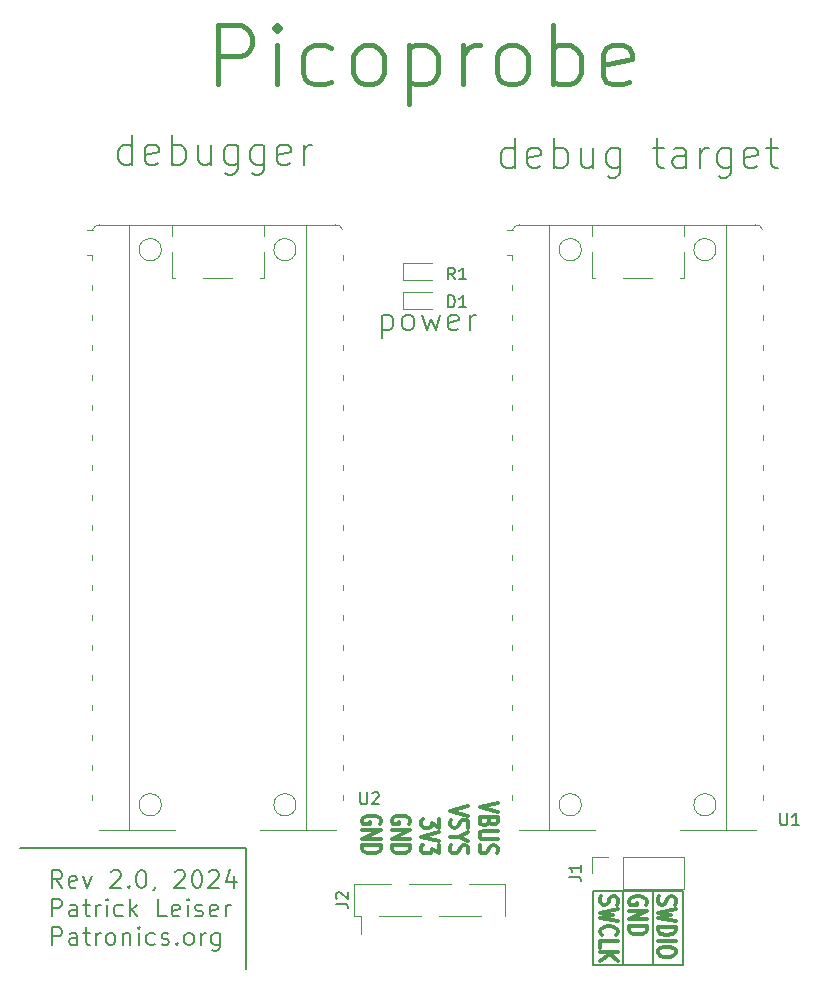
<source format=gbr>
%TF.GenerationSoftware,KiCad,Pcbnew,8.0.0*%
%TF.CreationDate,2024-02-29T00:18:19-08:00*%
%TF.ProjectId,PicoProbePCB,5069636f-5072-46f6-9265-5043422e6b69,rev?*%
%TF.SameCoordinates,Original*%
%TF.FileFunction,Legend,Top*%
%TF.FilePolarity,Positive*%
%FSLAX46Y46*%
G04 Gerber Fmt 4.6, Leading zero omitted, Abs format (unit mm)*
G04 Created by KiCad (PCBNEW 8.0.0) date 2024-02-29 00:18:19*
%MOMM*%
%LPD*%
G01*
G04 APERTURE LIST*
%ADD10C,0.150000*%
%ADD11C,0.200000*%
%ADD12C,0.300000*%
%ADD13C,0.400000*%
%ADD14C,0.120000*%
G04 APERTURE END LIST*
D10*
X176530000Y-126898400D02*
X176530000Y-137160000D01*
X157429200Y-126898400D02*
X176530000Y-126898400D01*
D11*
X160959463Y-130256596D02*
X160459463Y-129542310D01*
X160102320Y-130256596D02*
X160102320Y-128756596D01*
X160102320Y-128756596D02*
X160673749Y-128756596D01*
X160673749Y-128756596D02*
X160816606Y-128828025D01*
X160816606Y-128828025D02*
X160888035Y-128899453D01*
X160888035Y-128899453D02*
X160959463Y-129042310D01*
X160959463Y-129042310D02*
X160959463Y-129256596D01*
X160959463Y-129256596D02*
X160888035Y-129399453D01*
X160888035Y-129399453D02*
X160816606Y-129470882D01*
X160816606Y-129470882D02*
X160673749Y-129542310D01*
X160673749Y-129542310D02*
X160102320Y-129542310D01*
X162173749Y-130185168D02*
X162030892Y-130256596D01*
X162030892Y-130256596D02*
X161745178Y-130256596D01*
X161745178Y-130256596D02*
X161602320Y-130185168D01*
X161602320Y-130185168D02*
X161530892Y-130042310D01*
X161530892Y-130042310D02*
X161530892Y-129470882D01*
X161530892Y-129470882D02*
X161602320Y-129328025D01*
X161602320Y-129328025D02*
X161745178Y-129256596D01*
X161745178Y-129256596D02*
X162030892Y-129256596D01*
X162030892Y-129256596D02*
X162173749Y-129328025D01*
X162173749Y-129328025D02*
X162245178Y-129470882D01*
X162245178Y-129470882D02*
X162245178Y-129613739D01*
X162245178Y-129613739D02*
X161530892Y-129756596D01*
X162745177Y-129256596D02*
X163102320Y-130256596D01*
X163102320Y-130256596D02*
X163459463Y-129256596D01*
X165102320Y-128899453D02*
X165173748Y-128828025D01*
X165173748Y-128828025D02*
X165316606Y-128756596D01*
X165316606Y-128756596D02*
X165673748Y-128756596D01*
X165673748Y-128756596D02*
X165816606Y-128828025D01*
X165816606Y-128828025D02*
X165888034Y-128899453D01*
X165888034Y-128899453D02*
X165959463Y-129042310D01*
X165959463Y-129042310D02*
X165959463Y-129185168D01*
X165959463Y-129185168D02*
X165888034Y-129399453D01*
X165888034Y-129399453D02*
X165030891Y-130256596D01*
X165030891Y-130256596D02*
X165959463Y-130256596D01*
X166602319Y-130113739D02*
X166673748Y-130185168D01*
X166673748Y-130185168D02*
X166602319Y-130256596D01*
X166602319Y-130256596D02*
X166530891Y-130185168D01*
X166530891Y-130185168D02*
X166602319Y-130113739D01*
X166602319Y-130113739D02*
X166602319Y-130256596D01*
X167602320Y-128756596D02*
X167745177Y-128756596D01*
X167745177Y-128756596D02*
X167888034Y-128828025D01*
X167888034Y-128828025D02*
X167959463Y-128899453D01*
X167959463Y-128899453D02*
X168030891Y-129042310D01*
X168030891Y-129042310D02*
X168102320Y-129328025D01*
X168102320Y-129328025D02*
X168102320Y-129685168D01*
X168102320Y-129685168D02*
X168030891Y-129970882D01*
X168030891Y-129970882D02*
X167959463Y-130113739D01*
X167959463Y-130113739D02*
X167888034Y-130185168D01*
X167888034Y-130185168D02*
X167745177Y-130256596D01*
X167745177Y-130256596D02*
X167602320Y-130256596D01*
X167602320Y-130256596D02*
X167459463Y-130185168D01*
X167459463Y-130185168D02*
X167388034Y-130113739D01*
X167388034Y-130113739D02*
X167316605Y-129970882D01*
X167316605Y-129970882D02*
X167245177Y-129685168D01*
X167245177Y-129685168D02*
X167245177Y-129328025D01*
X167245177Y-129328025D02*
X167316605Y-129042310D01*
X167316605Y-129042310D02*
X167388034Y-128899453D01*
X167388034Y-128899453D02*
X167459463Y-128828025D01*
X167459463Y-128828025D02*
X167602320Y-128756596D01*
X168816605Y-130185168D02*
X168816605Y-130256596D01*
X168816605Y-130256596D02*
X168745176Y-130399453D01*
X168745176Y-130399453D02*
X168673748Y-130470882D01*
X170530891Y-128899453D02*
X170602319Y-128828025D01*
X170602319Y-128828025D02*
X170745177Y-128756596D01*
X170745177Y-128756596D02*
X171102319Y-128756596D01*
X171102319Y-128756596D02*
X171245177Y-128828025D01*
X171245177Y-128828025D02*
X171316605Y-128899453D01*
X171316605Y-128899453D02*
X171388034Y-129042310D01*
X171388034Y-129042310D02*
X171388034Y-129185168D01*
X171388034Y-129185168D02*
X171316605Y-129399453D01*
X171316605Y-129399453D02*
X170459462Y-130256596D01*
X170459462Y-130256596D02*
X171388034Y-130256596D01*
X172316605Y-128756596D02*
X172459462Y-128756596D01*
X172459462Y-128756596D02*
X172602319Y-128828025D01*
X172602319Y-128828025D02*
X172673748Y-128899453D01*
X172673748Y-128899453D02*
X172745176Y-129042310D01*
X172745176Y-129042310D02*
X172816605Y-129328025D01*
X172816605Y-129328025D02*
X172816605Y-129685168D01*
X172816605Y-129685168D02*
X172745176Y-129970882D01*
X172745176Y-129970882D02*
X172673748Y-130113739D01*
X172673748Y-130113739D02*
X172602319Y-130185168D01*
X172602319Y-130185168D02*
X172459462Y-130256596D01*
X172459462Y-130256596D02*
X172316605Y-130256596D01*
X172316605Y-130256596D02*
X172173748Y-130185168D01*
X172173748Y-130185168D02*
X172102319Y-130113739D01*
X172102319Y-130113739D02*
X172030890Y-129970882D01*
X172030890Y-129970882D02*
X171959462Y-129685168D01*
X171959462Y-129685168D02*
X171959462Y-129328025D01*
X171959462Y-129328025D02*
X172030890Y-129042310D01*
X172030890Y-129042310D02*
X172102319Y-128899453D01*
X172102319Y-128899453D02*
X172173748Y-128828025D01*
X172173748Y-128828025D02*
X172316605Y-128756596D01*
X173388033Y-128899453D02*
X173459461Y-128828025D01*
X173459461Y-128828025D02*
X173602319Y-128756596D01*
X173602319Y-128756596D02*
X173959461Y-128756596D01*
X173959461Y-128756596D02*
X174102319Y-128828025D01*
X174102319Y-128828025D02*
X174173747Y-128899453D01*
X174173747Y-128899453D02*
X174245176Y-129042310D01*
X174245176Y-129042310D02*
X174245176Y-129185168D01*
X174245176Y-129185168D02*
X174173747Y-129399453D01*
X174173747Y-129399453D02*
X173316604Y-130256596D01*
X173316604Y-130256596D02*
X174245176Y-130256596D01*
X175530890Y-129256596D02*
X175530890Y-130256596D01*
X175173747Y-128685168D02*
X174816604Y-129756596D01*
X174816604Y-129756596D02*
X175745175Y-129756596D01*
X160102320Y-132671512D02*
X160102320Y-131171512D01*
X160102320Y-131171512D02*
X160673749Y-131171512D01*
X160673749Y-131171512D02*
X160816606Y-131242941D01*
X160816606Y-131242941D02*
X160888035Y-131314369D01*
X160888035Y-131314369D02*
X160959463Y-131457226D01*
X160959463Y-131457226D02*
X160959463Y-131671512D01*
X160959463Y-131671512D02*
X160888035Y-131814369D01*
X160888035Y-131814369D02*
X160816606Y-131885798D01*
X160816606Y-131885798D02*
X160673749Y-131957226D01*
X160673749Y-131957226D02*
X160102320Y-131957226D01*
X162245178Y-132671512D02*
X162245178Y-131885798D01*
X162245178Y-131885798D02*
X162173749Y-131742941D01*
X162173749Y-131742941D02*
X162030892Y-131671512D01*
X162030892Y-131671512D02*
X161745178Y-131671512D01*
X161745178Y-131671512D02*
X161602320Y-131742941D01*
X162245178Y-132600084D02*
X162102320Y-132671512D01*
X162102320Y-132671512D02*
X161745178Y-132671512D01*
X161745178Y-132671512D02*
X161602320Y-132600084D01*
X161602320Y-132600084D02*
X161530892Y-132457226D01*
X161530892Y-132457226D02*
X161530892Y-132314369D01*
X161530892Y-132314369D02*
X161602320Y-132171512D01*
X161602320Y-132171512D02*
X161745178Y-132100084D01*
X161745178Y-132100084D02*
X162102320Y-132100084D01*
X162102320Y-132100084D02*
X162245178Y-132028655D01*
X162745178Y-131671512D02*
X163316606Y-131671512D01*
X162959463Y-131171512D02*
X162959463Y-132457226D01*
X162959463Y-132457226D02*
X163030892Y-132600084D01*
X163030892Y-132600084D02*
X163173749Y-132671512D01*
X163173749Y-132671512D02*
X163316606Y-132671512D01*
X163816606Y-132671512D02*
X163816606Y-131671512D01*
X163816606Y-131957226D02*
X163888035Y-131814369D01*
X163888035Y-131814369D02*
X163959464Y-131742941D01*
X163959464Y-131742941D02*
X164102321Y-131671512D01*
X164102321Y-131671512D02*
X164245178Y-131671512D01*
X164745177Y-132671512D02*
X164745177Y-131671512D01*
X164745177Y-131171512D02*
X164673749Y-131242941D01*
X164673749Y-131242941D02*
X164745177Y-131314369D01*
X164745177Y-131314369D02*
X164816606Y-131242941D01*
X164816606Y-131242941D02*
X164745177Y-131171512D01*
X164745177Y-131171512D02*
X164745177Y-131314369D01*
X166102321Y-132600084D02*
X165959463Y-132671512D01*
X165959463Y-132671512D02*
X165673749Y-132671512D01*
X165673749Y-132671512D02*
X165530892Y-132600084D01*
X165530892Y-132600084D02*
X165459463Y-132528655D01*
X165459463Y-132528655D02*
X165388035Y-132385798D01*
X165388035Y-132385798D02*
X165388035Y-131957226D01*
X165388035Y-131957226D02*
X165459463Y-131814369D01*
X165459463Y-131814369D02*
X165530892Y-131742941D01*
X165530892Y-131742941D02*
X165673749Y-131671512D01*
X165673749Y-131671512D02*
X165959463Y-131671512D01*
X165959463Y-131671512D02*
X166102321Y-131742941D01*
X166745177Y-132671512D02*
X166745177Y-131171512D01*
X166888035Y-132100084D02*
X167316606Y-132671512D01*
X167316606Y-131671512D02*
X166745177Y-132242941D01*
X169816606Y-132671512D02*
X169102320Y-132671512D01*
X169102320Y-132671512D02*
X169102320Y-131171512D01*
X170888035Y-132600084D02*
X170745178Y-132671512D01*
X170745178Y-132671512D02*
X170459464Y-132671512D01*
X170459464Y-132671512D02*
X170316606Y-132600084D01*
X170316606Y-132600084D02*
X170245178Y-132457226D01*
X170245178Y-132457226D02*
X170245178Y-131885798D01*
X170245178Y-131885798D02*
X170316606Y-131742941D01*
X170316606Y-131742941D02*
X170459464Y-131671512D01*
X170459464Y-131671512D02*
X170745178Y-131671512D01*
X170745178Y-131671512D02*
X170888035Y-131742941D01*
X170888035Y-131742941D02*
X170959464Y-131885798D01*
X170959464Y-131885798D02*
X170959464Y-132028655D01*
X170959464Y-132028655D02*
X170245178Y-132171512D01*
X171602320Y-132671512D02*
X171602320Y-131671512D01*
X171602320Y-131171512D02*
X171530892Y-131242941D01*
X171530892Y-131242941D02*
X171602320Y-131314369D01*
X171602320Y-131314369D02*
X171673749Y-131242941D01*
X171673749Y-131242941D02*
X171602320Y-131171512D01*
X171602320Y-131171512D02*
X171602320Y-131314369D01*
X172245178Y-132600084D02*
X172388035Y-132671512D01*
X172388035Y-132671512D02*
X172673749Y-132671512D01*
X172673749Y-132671512D02*
X172816606Y-132600084D01*
X172816606Y-132600084D02*
X172888035Y-132457226D01*
X172888035Y-132457226D02*
X172888035Y-132385798D01*
X172888035Y-132385798D02*
X172816606Y-132242941D01*
X172816606Y-132242941D02*
X172673749Y-132171512D01*
X172673749Y-132171512D02*
X172459464Y-132171512D01*
X172459464Y-132171512D02*
X172316606Y-132100084D01*
X172316606Y-132100084D02*
X172245178Y-131957226D01*
X172245178Y-131957226D02*
X172245178Y-131885798D01*
X172245178Y-131885798D02*
X172316606Y-131742941D01*
X172316606Y-131742941D02*
X172459464Y-131671512D01*
X172459464Y-131671512D02*
X172673749Y-131671512D01*
X172673749Y-131671512D02*
X172816606Y-131742941D01*
X174102321Y-132600084D02*
X173959464Y-132671512D01*
X173959464Y-132671512D02*
X173673750Y-132671512D01*
X173673750Y-132671512D02*
X173530892Y-132600084D01*
X173530892Y-132600084D02*
X173459464Y-132457226D01*
X173459464Y-132457226D02*
X173459464Y-131885798D01*
X173459464Y-131885798D02*
X173530892Y-131742941D01*
X173530892Y-131742941D02*
X173673750Y-131671512D01*
X173673750Y-131671512D02*
X173959464Y-131671512D01*
X173959464Y-131671512D02*
X174102321Y-131742941D01*
X174102321Y-131742941D02*
X174173750Y-131885798D01*
X174173750Y-131885798D02*
X174173750Y-132028655D01*
X174173750Y-132028655D02*
X173459464Y-132171512D01*
X174816606Y-132671512D02*
X174816606Y-131671512D01*
X174816606Y-131957226D02*
X174888035Y-131814369D01*
X174888035Y-131814369D02*
X174959464Y-131742941D01*
X174959464Y-131742941D02*
X175102321Y-131671512D01*
X175102321Y-131671512D02*
X175245178Y-131671512D01*
X160102320Y-135086428D02*
X160102320Y-133586428D01*
X160102320Y-133586428D02*
X160673749Y-133586428D01*
X160673749Y-133586428D02*
X160816606Y-133657857D01*
X160816606Y-133657857D02*
X160888035Y-133729285D01*
X160888035Y-133729285D02*
X160959463Y-133872142D01*
X160959463Y-133872142D02*
X160959463Y-134086428D01*
X160959463Y-134086428D02*
X160888035Y-134229285D01*
X160888035Y-134229285D02*
X160816606Y-134300714D01*
X160816606Y-134300714D02*
X160673749Y-134372142D01*
X160673749Y-134372142D02*
X160102320Y-134372142D01*
X162245178Y-135086428D02*
X162245178Y-134300714D01*
X162245178Y-134300714D02*
X162173749Y-134157857D01*
X162173749Y-134157857D02*
X162030892Y-134086428D01*
X162030892Y-134086428D02*
X161745178Y-134086428D01*
X161745178Y-134086428D02*
X161602320Y-134157857D01*
X162245178Y-135015000D02*
X162102320Y-135086428D01*
X162102320Y-135086428D02*
X161745178Y-135086428D01*
X161745178Y-135086428D02*
X161602320Y-135015000D01*
X161602320Y-135015000D02*
X161530892Y-134872142D01*
X161530892Y-134872142D02*
X161530892Y-134729285D01*
X161530892Y-134729285D02*
X161602320Y-134586428D01*
X161602320Y-134586428D02*
X161745178Y-134515000D01*
X161745178Y-134515000D02*
X162102320Y-134515000D01*
X162102320Y-134515000D02*
X162245178Y-134443571D01*
X162745178Y-134086428D02*
X163316606Y-134086428D01*
X162959463Y-133586428D02*
X162959463Y-134872142D01*
X162959463Y-134872142D02*
X163030892Y-135015000D01*
X163030892Y-135015000D02*
X163173749Y-135086428D01*
X163173749Y-135086428D02*
X163316606Y-135086428D01*
X163816606Y-135086428D02*
X163816606Y-134086428D01*
X163816606Y-134372142D02*
X163888035Y-134229285D01*
X163888035Y-134229285D02*
X163959464Y-134157857D01*
X163959464Y-134157857D02*
X164102321Y-134086428D01*
X164102321Y-134086428D02*
X164245178Y-134086428D01*
X164959463Y-135086428D02*
X164816606Y-135015000D01*
X164816606Y-135015000D02*
X164745177Y-134943571D01*
X164745177Y-134943571D02*
X164673749Y-134800714D01*
X164673749Y-134800714D02*
X164673749Y-134372142D01*
X164673749Y-134372142D02*
X164745177Y-134229285D01*
X164745177Y-134229285D02*
X164816606Y-134157857D01*
X164816606Y-134157857D02*
X164959463Y-134086428D01*
X164959463Y-134086428D02*
X165173749Y-134086428D01*
X165173749Y-134086428D02*
X165316606Y-134157857D01*
X165316606Y-134157857D02*
X165388035Y-134229285D01*
X165388035Y-134229285D02*
X165459463Y-134372142D01*
X165459463Y-134372142D02*
X165459463Y-134800714D01*
X165459463Y-134800714D02*
X165388035Y-134943571D01*
X165388035Y-134943571D02*
X165316606Y-135015000D01*
X165316606Y-135015000D02*
X165173749Y-135086428D01*
X165173749Y-135086428D02*
X164959463Y-135086428D01*
X166102320Y-134086428D02*
X166102320Y-135086428D01*
X166102320Y-134229285D02*
X166173749Y-134157857D01*
X166173749Y-134157857D02*
X166316606Y-134086428D01*
X166316606Y-134086428D02*
X166530892Y-134086428D01*
X166530892Y-134086428D02*
X166673749Y-134157857D01*
X166673749Y-134157857D02*
X166745178Y-134300714D01*
X166745178Y-134300714D02*
X166745178Y-135086428D01*
X167459463Y-135086428D02*
X167459463Y-134086428D01*
X167459463Y-133586428D02*
X167388035Y-133657857D01*
X167388035Y-133657857D02*
X167459463Y-133729285D01*
X167459463Y-133729285D02*
X167530892Y-133657857D01*
X167530892Y-133657857D02*
X167459463Y-133586428D01*
X167459463Y-133586428D02*
X167459463Y-133729285D01*
X168816607Y-135015000D02*
X168673749Y-135086428D01*
X168673749Y-135086428D02*
X168388035Y-135086428D01*
X168388035Y-135086428D02*
X168245178Y-135015000D01*
X168245178Y-135015000D02*
X168173749Y-134943571D01*
X168173749Y-134943571D02*
X168102321Y-134800714D01*
X168102321Y-134800714D02*
X168102321Y-134372142D01*
X168102321Y-134372142D02*
X168173749Y-134229285D01*
X168173749Y-134229285D02*
X168245178Y-134157857D01*
X168245178Y-134157857D02*
X168388035Y-134086428D01*
X168388035Y-134086428D02*
X168673749Y-134086428D01*
X168673749Y-134086428D02*
X168816607Y-134157857D01*
X169388035Y-135015000D02*
X169530892Y-135086428D01*
X169530892Y-135086428D02*
X169816606Y-135086428D01*
X169816606Y-135086428D02*
X169959463Y-135015000D01*
X169959463Y-135015000D02*
X170030892Y-134872142D01*
X170030892Y-134872142D02*
X170030892Y-134800714D01*
X170030892Y-134800714D02*
X169959463Y-134657857D01*
X169959463Y-134657857D02*
X169816606Y-134586428D01*
X169816606Y-134586428D02*
X169602321Y-134586428D01*
X169602321Y-134586428D02*
X169459463Y-134515000D01*
X169459463Y-134515000D02*
X169388035Y-134372142D01*
X169388035Y-134372142D02*
X169388035Y-134300714D01*
X169388035Y-134300714D02*
X169459463Y-134157857D01*
X169459463Y-134157857D02*
X169602321Y-134086428D01*
X169602321Y-134086428D02*
X169816606Y-134086428D01*
X169816606Y-134086428D02*
X169959463Y-134157857D01*
X170673749Y-134943571D02*
X170745178Y-135015000D01*
X170745178Y-135015000D02*
X170673749Y-135086428D01*
X170673749Y-135086428D02*
X170602321Y-135015000D01*
X170602321Y-135015000D02*
X170673749Y-134943571D01*
X170673749Y-134943571D02*
X170673749Y-135086428D01*
X171602321Y-135086428D02*
X171459464Y-135015000D01*
X171459464Y-135015000D02*
X171388035Y-134943571D01*
X171388035Y-134943571D02*
X171316607Y-134800714D01*
X171316607Y-134800714D02*
X171316607Y-134372142D01*
X171316607Y-134372142D02*
X171388035Y-134229285D01*
X171388035Y-134229285D02*
X171459464Y-134157857D01*
X171459464Y-134157857D02*
X171602321Y-134086428D01*
X171602321Y-134086428D02*
X171816607Y-134086428D01*
X171816607Y-134086428D02*
X171959464Y-134157857D01*
X171959464Y-134157857D02*
X172030893Y-134229285D01*
X172030893Y-134229285D02*
X172102321Y-134372142D01*
X172102321Y-134372142D02*
X172102321Y-134800714D01*
X172102321Y-134800714D02*
X172030893Y-134943571D01*
X172030893Y-134943571D02*
X171959464Y-135015000D01*
X171959464Y-135015000D02*
X171816607Y-135086428D01*
X171816607Y-135086428D02*
X171602321Y-135086428D01*
X172745178Y-135086428D02*
X172745178Y-134086428D01*
X172745178Y-134372142D02*
X172816607Y-134229285D01*
X172816607Y-134229285D02*
X172888036Y-134157857D01*
X172888036Y-134157857D02*
X173030893Y-134086428D01*
X173030893Y-134086428D02*
X173173750Y-134086428D01*
X174316607Y-134086428D02*
X174316607Y-135300714D01*
X174316607Y-135300714D02*
X174245178Y-135443571D01*
X174245178Y-135443571D02*
X174173749Y-135515000D01*
X174173749Y-135515000D02*
X174030892Y-135586428D01*
X174030892Y-135586428D02*
X173816607Y-135586428D01*
X173816607Y-135586428D02*
X173673749Y-135515000D01*
X174316607Y-135015000D02*
X174173749Y-135086428D01*
X174173749Y-135086428D02*
X173888035Y-135086428D01*
X173888035Y-135086428D02*
X173745178Y-135015000D01*
X173745178Y-135015000D02*
X173673749Y-134943571D01*
X173673749Y-134943571D02*
X173602321Y-134800714D01*
X173602321Y-134800714D02*
X173602321Y-134372142D01*
X173602321Y-134372142D02*
X173673749Y-134229285D01*
X173673749Y-134229285D02*
X173745178Y-134157857D01*
X173745178Y-134157857D02*
X173888035Y-134086428D01*
X173888035Y-134086428D02*
X174173749Y-134086428D01*
X174173749Y-134086428D02*
X174316607Y-134157857D01*
D10*
X205943200Y-130556000D02*
X213563200Y-130556000D01*
X213563200Y-136804400D01*
X205943200Y-136804400D01*
X205943200Y-130556000D01*
X208483200Y-136804400D02*
X208483200Y-130556000D01*
X211024000Y-130315000D02*
X211023200Y-136804400D01*
D12*
X211467030Y-130981939D02*
X211394649Y-131153368D01*
X211394649Y-131153368D02*
X211394649Y-131439082D01*
X211394649Y-131439082D02*
X211467030Y-131553368D01*
X211467030Y-131553368D02*
X211539410Y-131610510D01*
X211539410Y-131610510D02*
X211684172Y-131667653D01*
X211684172Y-131667653D02*
X211828934Y-131667653D01*
X211828934Y-131667653D02*
X211973696Y-131610510D01*
X211973696Y-131610510D02*
X212046077Y-131553368D01*
X212046077Y-131553368D02*
X212118458Y-131439082D01*
X212118458Y-131439082D02*
X212190839Y-131210510D01*
X212190839Y-131210510D02*
X212263220Y-131096225D01*
X212263220Y-131096225D02*
X212335601Y-131039082D01*
X212335601Y-131039082D02*
X212480363Y-130981939D01*
X212480363Y-130981939D02*
X212625125Y-130981939D01*
X212625125Y-130981939D02*
X212769887Y-131039082D01*
X212769887Y-131039082D02*
X212842268Y-131096225D01*
X212842268Y-131096225D02*
X212914649Y-131210510D01*
X212914649Y-131210510D02*
X212914649Y-131496225D01*
X212914649Y-131496225D02*
X212842268Y-131667653D01*
X212914649Y-132067653D02*
X211394649Y-132353367D01*
X211394649Y-132353367D02*
X212480363Y-132581939D01*
X212480363Y-132581939D02*
X211394649Y-132810510D01*
X211394649Y-132810510D02*
X212914649Y-133096225D01*
X211394649Y-133553368D02*
X212914649Y-133553368D01*
X212914649Y-133553368D02*
X212914649Y-133839082D01*
X212914649Y-133839082D02*
X212842268Y-134010511D01*
X212842268Y-134010511D02*
X212697506Y-134124796D01*
X212697506Y-134124796D02*
X212552744Y-134181939D01*
X212552744Y-134181939D02*
X212263220Y-134239082D01*
X212263220Y-134239082D02*
X212046077Y-134239082D01*
X212046077Y-134239082D02*
X211756553Y-134181939D01*
X211756553Y-134181939D02*
X211611791Y-134124796D01*
X211611791Y-134124796D02*
X211467030Y-134010511D01*
X211467030Y-134010511D02*
X211394649Y-133839082D01*
X211394649Y-133839082D02*
X211394649Y-133553368D01*
X211394649Y-134753368D02*
X212914649Y-134753368D01*
X212914649Y-135553368D02*
X212914649Y-135781940D01*
X212914649Y-135781940D02*
X212842268Y-135896225D01*
X212842268Y-135896225D02*
X212697506Y-136010511D01*
X212697506Y-136010511D02*
X212407982Y-136067654D01*
X212407982Y-136067654D02*
X211901315Y-136067654D01*
X211901315Y-136067654D02*
X211611791Y-136010511D01*
X211611791Y-136010511D02*
X211467030Y-135896225D01*
X211467030Y-135896225D02*
X211394649Y-135781940D01*
X211394649Y-135781940D02*
X211394649Y-135553368D01*
X211394649Y-135553368D02*
X211467030Y-135439083D01*
X211467030Y-135439083D02*
X211611791Y-135324797D01*
X211611791Y-135324797D02*
X211901315Y-135267654D01*
X211901315Y-135267654D02*
X212407982Y-135267654D01*
X212407982Y-135267654D02*
X212697506Y-135324797D01*
X212697506Y-135324797D02*
X212842268Y-135439083D01*
X212842268Y-135439083D02*
X212914649Y-135553368D01*
X210395153Y-131667653D02*
X210467534Y-131553368D01*
X210467534Y-131553368D02*
X210467534Y-131381939D01*
X210467534Y-131381939D02*
X210395153Y-131210510D01*
X210395153Y-131210510D02*
X210250391Y-131096225D01*
X210250391Y-131096225D02*
X210105629Y-131039082D01*
X210105629Y-131039082D02*
X209816105Y-130981939D01*
X209816105Y-130981939D02*
X209598962Y-130981939D01*
X209598962Y-130981939D02*
X209309438Y-131039082D01*
X209309438Y-131039082D02*
X209164676Y-131096225D01*
X209164676Y-131096225D02*
X209019915Y-131210510D01*
X209019915Y-131210510D02*
X208947534Y-131381939D01*
X208947534Y-131381939D02*
X208947534Y-131496225D01*
X208947534Y-131496225D02*
X209019915Y-131667653D01*
X209019915Y-131667653D02*
X209092295Y-131724796D01*
X209092295Y-131724796D02*
X209598962Y-131724796D01*
X209598962Y-131724796D02*
X209598962Y-131496225D01*
X208947534Y-132239082D02*
X210467534Y-132239082D01*
X210467534Y-132239082D02*
X208947534Y-132924796D01*
X208947534Y-132924796D02*
X210467534Y-132924796D01*
X208947534Y-133496225D02*
X210467534Y-133496225D01*
X210467534Y-133496225D02*
X210467534Y-133781939D01*
X210467534Y-133781939D02*
X210395153Y-133953368D01*
X210395153Y-133953368D02*
X210250391Y-134067653D01*
X210250391Y-134067653D02*
X210105629Y-134124796D01*
X210105629Y-134124796D02*
X209816105Y-134181939D01*
X209816105Y-134181939D02*
X209598962Y-134181939D01*
X209598962Y-134181939D02*
X209309438Y-134124796D01*
X209309438Y-134124796D02*
X209164676Y-134067653D01*
X209164676Y-134067653D02*
X209019915Y-133953368D01*
X209019915Y-133953368D02*
X208947534Y-133781939D01*
X208947534Y-133781939D02*
X208947534Y-133496225D01*
X206572800Y-130981939D02*
X206500419Y-131153368D01*
X206500419Y-131153368D02*
X206500419Y-131439082D01*
X206500419Y-131439082D02*
X206572800Y-131553368D01*
X206572800Y-131553368D02*
X206645180Y-131610510D01*
X206645180Y-131610510D02*
X206789942Y-131667653D01*
X206789942Y-131667653D02*
X206934704Y-131667653D01*
X206934704Y-131667653D02*
X207079466Y-131610510D01*
X207079466Y-131610510D02*
X207151847Y-131553368D01*
X207151847Y-131553368D02*
X207224228Y-131439082D01*
X207224228Y-131439082D02*
X207296609Y-131210510D01*
X207296609Y-131210510D02*
X207368990Y-131096225D01*
X207368990Y-131096225D02*
X207441371Y-131039082D01*
X207441371Y-131039082D02*
X207586133Y-130981939D01*
X207586133Y-130981939D02*
X207730895Y-130981939D01*
X207730895Y-130981939D02*
X207875657Y-131039082D01*
X207875657Y-131039082D02*
X207948038Y-131096225D01*
X207948038Y-131096225D02*
X208020419Y-131210510D01*
X208020419Y-131210510D02*
X208020419Y-131496225D01*
X208020419Y-131496225D02*
X207948038Y-131667653D01*
X208020419Y-132067653D02*
X206500419Y-132353367D01*
X206500419Y-132353367D02*
X207586133Y-132581939D01*
X207586133Y-132581939D02*
X206500419Y-132810510D01*
X206500419Y-132810510D02*
X208020419Y-133096225D01*
X206645180Y-134239082D02*
X206572800Y-134181939D01*
X206572800Y-134181939D02*
X206500419Y-134010511D01*
X206500419Y-134010511D02*
X206500419Y-133896225D01*
X206500419Y-133896225D02*
X206572800Y-133724796D01*
X206572800Y-133724796D02*
X206717561Y-133610511D01*
X206717561Y-133610511D02*
X206862323Y-133553368D01*
X206862323Y-133553368D02*
X207151847Y-133496225D01*
X207151847Y-133496225D02*
X207368990Y-133496225D01*
X207368990Y-133496225D02*
X207658514Y-133553368D01*
X207658514Y-133553368D02*
X207803276Y-133610511D01*
X207803276Y-133610511D02*
X207948038Y-133724796D01*
X207948038Y-133724796D02*
X208020419Y-133896225D01*
X208020419Y-133896225D02*
X208020419Y-134010511D01*
X208020419Y-134010511D02*
X207948038Y-134181939D01*
X207948038Y-134181939D02*
X207875657Y-134239082D01*
X206500419Y-135324796D02*
X206500419Y-134753368D01*
X206500419Y-134753368D02*
X208020419Y-134753368D01*
X206500419Y-135724797D02*
X208020419Y-135724797D01*
X206500419Y-136410511D02*
X207368990Y-135896225D01*
X208020419Y-136410511D02*
X207151847Y-135724797D01*
X197843322Y-123050346D02*
X196303322Y-123450346D01*
X196303322Y-123450346D02*
X197843322Y-123850346D01*
X197109989Y-124650346D02*
X197036656Y-124821774D01*
X197036656Y-124821774D02*
X196963322Y-124878917D01*
X196963322Y-124878917D02*
X196816656Y-124936060D01*
X196816656Y-124936060D02*
X196596656Y-124936060D01*
X196596656Y-124936060D02*
X196449989Y-124878917D01*
X196449989Y-124878917D02*
X196376656Y-124821774D01*
X196376656Y-124821774D02*
X196303322Y-124707489D01*
X196303322Y-124707489D02*
X196303322Y-124250346D01*
X196303322Y-124250346D02*
X197843322Y-124250346D01*
X197843322Y-124250346D02*
X197843322Y-124650346D01*
X197843322Y-124650346D02*
X197769989Y-124764632D01*
X197769989Y-124764632D02*
X197696656Y-124821774D01*
X197696656Y-124821774D02*
X197549989Y-124878917D01*
X197549989Y-124878917D02*
X197403322Y-124878917D01*
X197403322Y-124878917D02*
X197256656Y-124821774D01*
X197256656Y-124821774D02*
X197183322Y-124764632D01*
X197183322Y-124764632D02*
X197109989Y-124650346D01*
X197109989Y-124650346D02*
X197109989Y-124250346D01*
X197843322Y-125450346D02*
X196596656Y-125450346D01*
X196596656Y-125450346D02*
X196449989Y-125507489D01*
X196449989Y-125507489D02*
X196376656Y-125564632D01*
X196376656Y-125564632D02*
X196303322Y-125678917D01*
X196303322Y-125678917D02*
X196303322Y-125907489D01*
X196303322Y-125907489D02*
X196376656Y-126021774D01*
X196376656Y-126021774D02*
X196449989Y-126078917D01*
X196449989Y-126078917D02*
X196596656Y-126136060D01*
X196596656Y-126136060D02*
X197843322Y-126136060D01*
X196376656Y-126650346D02*
X196303322Y-126821775D01*
X196303322Y-126821775D02*
X196303322Y-127107489D01*
X196303322Y-127107489D02*
X196376656Y-127221775D01*
X196376656Y-127221775D02*
X196449989Y-127278917D01*
X196449989Y-127278917D02*
X196596656Y-127336060D01*
X196596656Y-127336060D02*
X196743322Y-127336060D01*
X196743322Y-127336060D02*
X196889989Y-127278917D01*
X196889989Y-127278917D02*
X196963322Y-127221775D01*
X196963322Y-127221775D02*
X197036656Y-127107489D01*
X197036656Y-127107489D02*
X197109989Y-126878917D01*
X197109989Y-126878917D02*
X197183322Y-126764632D01*
X197183322Y-126764632D02*
X197256656Y-126707489D01*
X197256656Y-126707489D02*
X197403322Y-126650346D01*
X197403322Y-126650346D02*
X197549989Y-126650346D01*
X197549989Y-126650346D02*
X197696656Y-126707489D01*
X197696656Y-126707489D02*
X197769989Y-126764632D01*
X197769989Y-126764632D02*
X197843322Y-126878917D01*
X197843322Y-126878917D02*
X197843322Y-127164632D01*
X197843322Y-127164632D02*
X197769989Y-127336060D01*
X195364008Y-123336061D02*
X193824008Y-123736061D01*
X193824008Y-123736061D02*
X195364008Y-124136061D01*
X193897342Y-124478918D02*
X193824008Y-124650347D01*
X193824008Y-124650347D02*
X193824008Y-124936061D01*
X193824008Y-124936061D02*
X193897342Y-125050347D01*
X193897342Y-125050347D02*
X193970675Y-125107489D01*
X193970675Y-125107489D02*
X194117342Y-125164632D01*
X194117342Y-125164632D02*
X194264008Y-125164632D01*
X194264008Y-125164632D02*
X194410675Y-125107489D01*
X194410675Y-125107489D02*
X194484008Y-125050347D01*
X194484008Y-125050347D02*
X194557342Y-124936061D01*
X194557342Y-124936061D02*
X194630675Y-124707489D01*
X194630675Y-124707489D02*
X194704008Y-124593204D01*
X194704008Y-124593204D02*
X194777342Y-124536061D01*
X194777342Y-124536061D02*
X194924008Y-124478918D01*
X194924008Y-124478918D02*
X195070675Y-124478918D01*
X195070675Y-124478918D02*
X195217342Y-124536061D01*
X195217342Y-124536061D02*
X195290675Y-124593204D01*
X195290675Y-124593204D02*
X195364008Y-124707489D01*
X195364008Y-124707489D02*
X195364008Y-124993204D01*
X195364008Y-124993204D02*
X195290675Y-125164632D01*
X194557342Y-125907489D02*
X193824008Y-125907489D01*
X195364008Y-125507489D02*
X194557342Y-125907489D01*
X194557342Y-125907489D02*
X195364008Y-126307489D01*
X193897342Y-126650346D02*
X193824008Y-126821775D01*
X193824008Y-126821775D02*
X193824008Y-127107489D01*
X193824008Y-127107489D02*
X193897342Y-127221775D01*
X193897342Y-127221775D02*
X193970675Y-127278917D01*
X193970675Y-127278917D02*
X194117342Y-127336060D01*
X194117342Y-127336060D02*
X194264008Y-127336060D01*
X194264008Y-127336060D02*
X194410675Y-127278917D01*
X194410675Y-127278917D02*
X194484008Y-127221775D01*
X194484008Y-127221775D02*
X194557342Y-127107489D01*
X194557342Y-127107489D02*
X194630675Y-126878917D01*
X194630675Y-126878917D02*
X194704008Y-126764632D01*
X194704008Y-126764632D02*
X194777342Y-126707489D01*
X194777342Y-126707489D02*
X194924008Y-126650346D01*
X194924008Y-126650346D02*
X195070675Y-126650346D01*
X195070675Y-126650346D02*
X195217342Y-126707489D01*
X195217342Y-126707489D02*
X195290675Y-126764632D01*
X195290675Y-126764632D02*
X195364008Y-126878917D01*
X195364008Y-126878917D02*
X195364008Y-127164632D01*
X195364008Y-127164632D02*
X195290675Y-127336060D01*
X192884694Y-124421775D02*
X192884694Y-125164632D01*
X192884694Y-125164632D02*
X192298028Y-124764632D01*
X192298028Y-124764632D02*
X192298028Y-124936061D01*
X192298028Y-124936061D02*
X192224694Y-125050347D01*
X192224694Y-125050347D02*
X192151361Y-125107489D01*
X192151361Y-125107489D02*
X192004694Y-125164632D01*
X192004694Y-125164632D02*
X191638028Y-125164632D01*
X191638028Y-125164632D02*
X191491361Y-125107489D01*
X191491361Y-125107489D02*
X191418028Y-125050347D01*
X191418028Y-125050347D02*
X191344694Y-124936061D01*
X191344694Y-124936061D02*
X191344694Y-124593204D01*
X191344694Y-124593204D02*
X191418028Y-124478918D01*
X191418028Y-124478918D02*
X191491361Y-124421775D01*
X192884694Y-125507489D02*
X191344694Y-125907489D01*
X191344694Y-125907489D02*
X192884694Y-126307489D01*
X192884694Y-126593203D02*
X192884694Y-127336060D01*
X192884694Y-127336060D02*
X192298028Y-126936060D01*
X192298028Y-126936060D02*
X192298028Y-127107489D01*
X192298028Y-127107489D02*
X192224694Y-127221775D01*
X192224694Y-127221775D02*
X192151361Y-127278917D01*
X192151361Y-127278917D02*
X192004694Y-127336060D01*
X192004694Y-127336060D02*
X191638028Y-127336060D01*
X191638028Y-127336060D02*
X191491361Y-127278917D01*
X191491361Y-127278917D02*
X191418028Y-127221775D01*
X191418028Y-127221775D02*
X191344694Y-127107489D01*
X191344694Y-127107489D02*
X191344694Y-126764632D01*
X191344694Y-126764632D02*
X191418028Y-126650346D01*
X191418028Y-126650346D02*
X191491361Y-126593203D01*
X190332047Y-124821774D02*
X190405380Y-124707489D01*
X190405380Y-124707489D02*
X190405380Y-124536060D01*
X190405380Y-124536060D02*
X190332047Y-124364631D01*
X190332047Y-124364631D02*
X190185380Y-124250346D01*
X190185380Y-124250346D02*
X190038714Y-124193203D01*
X190038714Y-124193203D02*
X189745380Y-124136060D01*
X189745380Y-124136060D02*
X189525380Y-124136060D01*
X189525380Y-124136060D02*
X189232047Y-124193203D01*
X189232047Y-124193203D02*
X189085380Y-124250346D01*
X189085380Y-124250346D02*
X188938714Y-124364631D01*
X188938714Y-124364631D02*
X188865380Y-124536060D01*
X188865380Y-124536060D02*
X188865380Y-124650346D01*
X188865380Y-124650346D02*
X188938714Y-124821774D01*
X188938714Y-124821774D02*
X189012047Y-124878917D01*
X189012047Y-124878917D02*
X189525380Y-124878917D01*
X189525380Y-124878917D02*
X189525380Y-124650346D01*
X188865380Y-125393203D02*
X190405380Y-125393203D01*
X190405380Y-125393203D02*
X188865380Y-126078917D01*
X188865380Y-126078917D02*
X190405380Y-126078917D01*
X188865380Y-126650346D02*
X190405380Y-126650346D01*
X190405380Y-126650346D02*
X190405380Y-126936060D01*
X190405380Y-126936060D02*
X190332047Y-127107489D01*
X190332047Y-127107489D02*
X190185380Y-127221774D01*
X190185380Y-127221774D02*
X190038714Y-127278917D01*
X190038714Y-127278917D02*
X189745380Y-127336060D01*
X189745380Y-127336060D02*
X189525380Y-127336060D01*
X189525380Y-127336060D02*
X189232047Y-127278917D01*
X189232047Y-127278917D02*
X189085380Y-127221774D01*
X189085380Y-127221774D02*
X188938714Y-127107489D01*
X188938714Y-127107489D02*
X188865380Y-126936060D01*
X188865380Y-126936060D02*
X188865380Y-126650346D01*
X187852733Y-124821774D02*
X187926066Y-124707489D01*
X187926066Y-124707489D02*
X187926066Y-124536060D01*
X187926066Y-124536060D02*
X187852733Y-124364631D01*
X187852733Y-124364631D02*
X187706066Y-124250346D01*
X187706066Y-124250346D02*
X187559400Y-124193203D01*
X187559400Y-124193203D02*
X187266066Y-124136060D01*
X187266066Y-124136060D02*
X187046066Y-124136060D01*
X187046066Y-124136060D02*
X186752733Y-124193203D01*
X186752733Y-124193203D02*
X186606066Y-124250346D01*
X186606066Y-124250346D02*
X186459400Y-124364631D01*
X186459400Y-124364631D02*
X186386066Y-124536060D01*
X186386066Y-124536060D02*
X186386066Y-124650346D01*
X186386066Y-124650346D02*
X186459400Y-124821774D01*
X186459400Y-124821774D02*
X186532733Y-124878917D01*
X186532733Y-124878917D02*
X187046066Y-124878917D01*
X187046066Y-124878917D02*
X187046066Y-124650346D01*
X186386066Y-125393203D02*
X187926066Y-125393203D01*
X187926066Y-125393203D02*
X186386066Y-126078917D01*
X186386066Y-126078917D02*
X187926066Y-126078917D01*
X186386066Y-126650346D02*
X187926066Y-126650346D01*
X187926066Y-126650346D02*
X187926066Y-126936060D01*
X187926066Y-126936060D02*
X187852733Y-127107489D01*
X187852733Y-127107489D02*
X187706066Y-127221774D01*
X187706066Y-127221774D02*
X187559400Y-127278917D01*
X187559400Y-127278917D02*
X187266066Y-127336060D01*
X187266066Y-127336060D02*
X187046066Y-127336060D01*
X187046066Y-127336060D02*
X186752733Y-127278917D01*
X186752733Y-127278917D02*
X186606066Y-127221774D01*
X186606066Y-127221774D02*
X186459400Y-127107489D01*
X186459400Y-127107489D02*
X186386066Y-126936060D01*
X186386066Y-126936060D02*
X186386066Y-126650346D01*
D10*
X188026874Y-81726104D02*
X188026874Y-83726104D01*
X188026874Y-81821342D02*
X188217350Y-81726104D01*
X188217350Y-81726104D02*
X188598303Y-81726104D01*
X188598303Y-81726104D02*
X188788779Y-81821342D01*
X188788779Y-81821342D02*
X188884017Y-81916580D01*
X188884017Y-81916580D02*
X188979255Y-82107057D01*
X188979255Y-82107057D02*
X188979255Y-82678485D01*
X188979255Y-82678485D02*
X188884017Y-82868961D01*
X188884017Y-82868961D02*
X188788779Y-82964200D01*
X188788779Y-82964200D02*
X188598303Y-83059438D01*
X188598303Y-83059438D02*
X188217350Y-83059438D01*
X188217350Y-83059438D02*
X188026874Y-82964200D01*
X190122112Y-83059438D02*
X189931636Y-82964200D01*
X189931636Y-82964200D02*
X189836398Y-82868961D01*
X189836398Y-82868961D02*
X189741160Y-82678485D01*
X189741160Y-82678485D02*
X189741160Y-82107057D01*
X189741160Y-82107057D02*
X189836398Y-81916580D01*
X189836398Y-81916580D02*
X189931636Y-81821342D01*
X189931636Y-81821342D02*
X190122112Y-81726104D01*
X190122112Y-81726104D02*
X190407827Y-81726104D01*
X190407827Y-81726104D02*
X190598303Y-81821342D01*
X190598303Y-81821342D02*
X190693541Y-81916580D01*
X190693541Y-81916580D02*
X190788779Y-82107057D01*
X190788779Y-82107057D02*
X190788779Y-82678485D01*
X190788779Y-82678485D02*
X190693541Y-82868961D01*
X190693541Y-82868961D02*
X190598303Y-82964200D01*
X190598303Y-82964200D02*
X190407827Y-83059438D01*
X190407827Y-83059438D02*
X190122112Y-83059438D01*
X191455446Y-81726104D02*
X191836398Y-83059438D01*
X191836398Y-83059438D02*
X192217351Y-82107057D01*
X192217351Y-82107057D02*
X192598303Y-83059438D01*
X192598303Y-83059438D02*
X192979255Y-81726104D01*
X194503065Y-82964200D02*
X194312589Y-83059438D01*
X194312589Y-83059438D02*
X193931636Y-83059438D01*
X193931636Y-83059438D02*
X193741160Y-82964200D01*
X193741160Y-82964200D02*
X193645922Y-82773723D01*
X193645922Y-82773723D02*
X193645922Y-82011819D01*
X193645922Y-82011819D02*
X193741160Y-81821342D01*
X193741160Y-81821342D02*
X193931636Y-81726104D01*
X193931636Y-81726104D02*
X194312589Y-81726104D01*
X194312589Y-81726104D02*
X194503065Y-81821342D01*
X194503065Y-81821342D02*
X194598303Y-82011819D01*
X194598303Y-82011819D02*
X194598303Y-82202295D01*
X194598303Y-82202295D02*
X193645922Y-82392771D01*
X195455446Y-83059438D02*
X195455446Y-81726104D01*
X195455446Y-82107057D02*
X195550684Y-81916580D01*
X195550684Y-81916580D02*
X195645922Y-81821342D01*
X195645922Y-81821342D02*
X195836398Y-81726104D01*
X195836398Y-81726104D02*
X196026875Y-81726104D01*
D11*
X166898244Y-69025647D02*
X166898244Y-66525647D01*
X166898244Y-68906600D02*
X166660149Y-69025647D01*
X166660149Y-69025647D02*
X166183958Y-69025647D01*
X166183958Y-69025647D02*
X165945863Y-68906600D01*
X165945863Y-68906600D02*
X165826816Y-68787552D01*
X165826816Y-68787552D02*
X165707768Y-68549457D01*
X165707768Y-68549457D02*
X165707768Y-67835171D01*
X165707768Y-67835171D02*
X165826816Y-67597076D01*
X165826816Y-67597076D02*
X165945863Y-67478028D01*
X165945863Y-67478028D02*
X166183958Y-67358980D01*
X166183958Y-67358980D02*
X166660149Y-67358980D01*
X166660149Y-67358980D02*
X166898244Y-67478028D01*
X169041102Y-68906600D02*
X168803006Y-69025647D01*
X168803006Y-69025647D02*
X168326816Y-69025647D01*
X168326816Y-69025647D02*
X168088721Y-68906600D01*
X168088721Y-68906600D02*
X167969673Y-68668504D01*
X167969673Y-68668504D02*
X167969673Y-67716123D01*
X167969673Y-67716123D02*
X168088721Y-67478028D01*
X168088721Y-67478028D02*
X168326816Y-67358980D01*
X168326816Y-67358980D02*
X168803006Y-67358980D01*
X168803006Y-67358980D02*
X169041102Y-67478028D01*
X169041102Y-67478028D02*
X169160149Y-67716123D01*
X169160149Y-67716123D02*
X169160149Y-67954219D01*
X169160149Y-67954219D02*
X167969673Y-68192314D01*
X170231578Y-69025647D02*
X170231578Y-66525647D01*
X170231578Y-67478028D02*
X170469673Y-67358980D01*
X170469673Y-67358980D02*
X170945863Y-67358980D01*
X170945863Y-67358980D02*
X171183959Y-67478028D01*
X171183959Y-67478028D02*
X171303006Y-67597076D01*
X171303006Y-67597076D02*
X171422054Y-67835171D01*
X171422054Y-67835171D02*
X171422054Y-68549457D01*
X171422054Y-68549457D02*
X171303006Y-68787552D01*
X171303006Y-68787552D02*
X171183959Y-68906600D01*
X171183959Y-68906600D02*
X170945863Y-69025647D01*
X170945863Y-69025647D02*
X170469673Y-69025647D01*
X170469673Y-69025647D02*
X170231578Y-68906600D01*
X173564911Y-67358980D02*
X173564911Y-69025647D01*
X172493483Y-67358980D02*
X172493483Y-68668504D01*
X172493483Y-68668504D02*
X172612530Y-68906600D01*
X172612530Y-68906600D02*
X172850625Y-69025647D01*
X172850625Y-69025647D02*
X173207768Y-69025647D01*
X173207768Y-69025647D02*
X173445864Y-68906600D01*
X173445864Y-68906600D02*
X173564911Y-68787552D01*
X175826816Y-67358980D02*
X175826816Y-69382790D01*
X175826816Y-69382790D02*
X175707769Y-69620885D01*
X175707769Y-69620885D02*
X175588721Y-69739933D01*
X175588721Y-69739933D02*
X175350626Y-69858980D01*
X175350626Y-69858980D02*
X174993483Y-69858980D01*
X174993483Y-69858980D02*
X174755388Y-69739933D01*
X175826816Y-68906600D02*
X175588721Y-69025647D01*
X175588721Y-69025647D02*
X175112530Y-69025647D01*
X175112530Y-69025647D02*
X174874435Y-68906600D01*
X174874435Y-68906600D02*
X174755388Y-68787552D01*
X174755388Y-68787552D02*
X174636340Y-68549457D01*
X174636340Y-68549457D02*
X174636340Y-67835171D01*
X174636340Y-67835171D02*
X174755388Y-67597076D01*
X174755388Y-67597076D02*
X174874435Y-67478028D01*
X174874435Y-67478028D02*
X175112530Y-67358980D01*
X175112530Y-67358980D02*
X175588721Y-67358980D01*
X175588721Y-67358980D02*
X175826816Y-67478028D01*
X178088721Y-67358980D02*
X178088721Y-69382790D01*
X178088721Y-69382790D02*
X177969674Y-69620885D01*
X177969674Y-69620885D02*
X177850626Y-69739933D01*
X177850626Y-69739933D02*
X177612531Y-69858980D01*
X177612531Y-69858980D02*
X177255388Y-69858980D01*
X177255388Y-69858980D02*
X177017293Y-69739933D01*
X178088721Y-68906600D02*
X177850626Y-69025647D01*
X177850626Y-69025647D02*
X177374435Y-69025647D01*
X177374435Y-69025647D02*
X177136340Y-68906600D01*
X177136340Y-68906600D02*
X177017293Y-68787552D01*
X177017293Y-68787552D02*
X176898245Y-68549457D01*
X176898245Y-68549457D02*
X176898245Y-67835171D01*
X176898245Y-67835171D02*
X177017293Y-67597076D01*
X177017293Y-67597076D02*
X177136340Y-67478028D01*
X177136340Y-67478028D02*
X177374435Y-67358980D01*
X177374435Y-67358980D02*
X177850626Y-67358980D01*
X177850626Y-67358980D02*
X178088721Y-67478028D01*
X180231579Y-68906600D02*
X179993483Y-69025647D01*
X179993483Y-69025647D02*
X179517293Y-69025647D01*
X179517293Y-69025647D02*
X179279198Y-68906600D01*
X179279198Y-68906600D02*
X179160150Y-68668504D01*
X179160150Y-68668504D02*
X179160150Y-67716123D01*
X179160150Y-67716123D02*
X179279198Y-67478028D01*
X179279198Y-67478028D02*
X179517293Y-67358980D01*
X179517293Y-67358980D02*
X179993483Y-67358980D01*
X179993483Y-67358980D02*
X180231579Y-67478028D01*
X180231579Y-67478028D02*
X180350626Y-67716123D01*
X180350626Y-67716123D02*
X180350626Y-67954219D01*
X180350626Y-67954219D02*
X179160150Y-68192314D01*
X181422055Y-69025647D02*
X181422055Y-67358980D01*
X181422055Y-67835171D02*
X181541102Y-67597076D01*
X181541102Y-67597076D02*
X181660150Y-67478028D01*
X181660150Y-67478028D02*
X181898245Y-67358980D01*
X181898245Y-67358980D02*
X182136340Y-67358980D01*
X199283244Y-69279647D02*
X199283244Y-66779647D01*
X199283244Y-69160600D02*
X199045149Y-69279647D01*
X199045149Y-69279647D02*
X198568958Y-69279647D01*
X198568958Y-69279647D02*
X198330863Y-69160600D01*
X198330863Y-69160600D02*
X198211816Y-69041552D01*
X198211816Y-69041552D02*
X198092768Y-68803457D01*
X198092768Y-68803457D02*
X198092768Y-68089171D01*
X198092768Y-68089171D02*
X198211816Y-67851076D01*
X198211816Y-67851076D02*
X198330863Y-67732028D01*
X198330863Y-67732028D02*
X198568958Y-67612980D01*
X198568958Y-67612980D02*
X199045149Y-67612980D01*
X199045149Y-67612980D02*
X199283244Y-67732028D01*
X201426102Y-69160600D02*
X201188006Y-69279647D01*
X201188006Y-69279647D02*
X200711816Y-69279647D01*
X200711816Y-69279647D02*
X200473721Y-69160600D01*
X200473721Y-69160600D02*
X200354673Y-68922504D01*
X200354673Y-68922504D02*
X200354673Y-67970123D01*
X200354673Y-67970123D02*
X200473721Y-67732028D01*
X200473721Y-67732028D02*
X200711816Y-67612980D01*
X200711816Y-67612980D02*
X201188006Y-67612980D01*
X201188006Y-67612980D02*
X201426102Y-67732028D01*
X201426102Y-67732028D02*
X201545149Y-67970123D01*
X201545149Y-67970123D02*
X201545149Y-68208219D01*
X201545149Y-68208219D02*
X200354673Y-68446314D01*
X202616578Y-69279647D02*
X202616578Y-66779647D01*
X202616578Y-67732028D02*
X202854673Y-67612980D01*
X202854673Y-67612980D02*
X203330863Y-67612980D01*
X203330863Y-67612980D02*
X203568959Y-67732028D01*
X203568959Y-67732028D02*
X203688006Y-67851076D01*
X203688006Y-67851076D02*
X203807054Y-68089171D01*
X203807054Y-68089171D02*
X203807054Y-68803457D01*
X203807054Y-68803457D02*
X203688006Y-69041552D01*
X203688006Y-69041552D02*
X203568959Y-69160600D01*
X203568959Y-69160600D02*
X203330863Y-69279647D01*
X203330863Y-69279647D02*
X202854673Y-69279647D01*
X202854673Y-69279647D02*
X202616578Y-69160600D01*
X205949911Y-67612980D02*
X205949911Y-69279647D01*
X204878483Y-67612980D02*
X204878483Y-68922504D01*
X204878483Y-68922504D02*
X204997530Y-69160600D01*
X204997530Y-69160600D02*
X205235625Y-69279647D01*
X205235625Y-69279647D02*
X205592768Y-69279647D01*
X205592768Y-69279647D02*
X205830864Y-69160600D01*
X205830864Y-69160600D02*
X205949911Y-69041552D01*
X208211816Y-67612980D02*
X208211816Y-69636790D01*
X208211816Y-69636790D02*
X208092769Y-69874885D01*
X208092769Y-69874885D02*
X207973721Y-69993933D01*
X207973721Y-69993933D02*
X207735626Y-70112980D01*
X207735626Y-70112980D02*
X207378483Y-70112980D01*
X207378483Y-70112980D02*
X207140388Y-69993933D01*
X208211816Y-69160600D02*
X207973721Y-69279647D01*
X207973721Y-69279647D02*
X207497530Y-69279647D01*
X207497530Y-69279647D02*
X207259435Y-69160600D01*
X207259435Y-69160600D02*
X207140388Y-69041552D01*
X207140388Y-69041552D02*
X207021340Y-68803457D01*
X207021340Y-68803457D02*
X207021340Y-68089171D01*
X207021340Y-68089171D02*
X207140388Y-67851076D01*
X207140388Y-67851076D02*
X207259435Y-67732028D01*
X207259435Y-67732028D02*
X207497530Y-67612980D01*
X207497530Y-67612980D02*
X207973721Y-67612980D01*
X207973721Y-67612980D02*
X208211816Y-67732028D01*
X210949912Y-67612980D02*
X211902293Y-67612980D01*
X211307055Y-66779647D02*
X211307055Y-68922504D01*
X211307055Y-68922504D02*
X211426102Y-69160600D01*
X211426102Y-69160600D02*
X211664197Y-69279647D01*
X211664197Y-69279647D02*
X211902293Y-69279647D01*
X213807054Y-69279647D02*
X213807054Y-67970123D01*
X213807054Y-67970123D02*
X213688007Y-67732028D01*
X213688007Y-67732028D02*
X213449911Y-67612980D01*
X213449911Y-67612980D02*
X212973721Y-67612980D01*
X212973721Y-67612980D02*
X212735626Y-67732028D01*
X213807054Y-69160600D02*
X213568959Y-69279647D01*
X213568959Y-69279647D02*
X212973721Y-69279647D01*
X212973721Y-69279647D02*
X212735626Y-69160600D01*
X212735626Y-69160600D02*
X212616578Y-68922504D01*
X212616578Y-68922504D02*
X212616578Y-68684409D01*
X212616578Y-68684409D02*
X212735626Y-68446314D01*
X212735626Y-68446314D02*
X212973721Y-68327266D01*
X212973721Y-68327266D02*
X213568959Y-68327266D01*
X213568959Y-68327266D02*
X213807054Y-68208219D01*
X214997531Y-69279647D02*
X214997531Y-67612980D01*
X214997531Y-68089171D02*
X215116578Y-67851076D01*
X215116578Y-67851076D02*
X215235626Y-67732028D01*
X215235626Y-67732028D02*
X215473721Y-67612980D01*
X215473721Y-67612980D02*
X215711816Y-67612980D01*
X217616578Y-67612980D02*
X217616578Y-69636790D01*
X217616578Y-69636790D02*
X217497531Y-69874885D01*
X217497531Y-69874885D02*
X217378483Y-69993933D01*
X217378483Y-69993933D02*
X217140388Y-70112980D01*
X217140388Y-70112980D02*
X216783245Y-70112980D01*
X216783245Y-70112980D02*
X216545150Y-69993933D01*
X217616578Y-69160600D02*
X217378483Y-69279647D01*
X217378483Y-69279647D02*
X216902292Y-69279647D01*
X216902292Y-69279647D02*
X216664197Y-69160600D01*
X216664197Y-69160600D02*
X216545150Y-69041552D01*
X216545150Y-69041552D02*
X216426102Y-68803457D01*
X216426102Y-68803457D02*
X216426102Y-68089171D01*
X216426102Y-68089171D02*
X216545150Y-67851076D01*
X216545150Y-67851076D02*
X216664197Y-67732028D01*
X216664197Y-67732028D02*
X216902292Y-67612980D01*
X216902292Y-67612980D02*
X217378483Y-67612980D01*
X217378483Y-67612980D02*
X217616578Y-67732028D01*
X219759436Y-69160600D02*
X219521340Y-69279647D01*
X219521340Y-69279647D02*
X219045150Y-69279647D01*
X219045150Y-69279647D02*
X218807055Y-69160600D01*
X218807055Y-69160600D02*
X218688007Y-68922504D01*
X218688007Y-68922504D02*
X218688007Y-67970123D01*
X218688007Y-67970123D02*
X218807055Y-67732028D01*
X218807055Y-67732028D02*
X219045150Y-67612980D01*
X219045150Y-67612980D02*
X219521340Y-67612980D01*
X219521340Y-67612980D02*
X219759436Y-67732028D01*
X219759436Y-67732028D02*
X219878483Y-67970123D01*
X219878483Y-67970123D02*
X219878483Y-68208219D01*
X219878483Y-68208219D02*
X218688007Y-68446314D01*
X220592769Y-67612980D02*
X221545150Y-67612980D01*
X220949912Y-66779647D02*
X220949912Y-68922504D01*
X220949912Y-68922504D02*
X221068959Y-69160600D01*
X221068959Y-69160600D02*
X221307054Y-69279647D01*
X221307054Y-69279647D02*
X221545150Y-69279647D01*
D13*
X174173633Y-62232295D02*
X174173633Y-57232295D01*
X174173633Y-57232295D02*
X176078395Y-57232295D01*
X176078395Y-57232295D02*
X176554585Y-57470390D01*
X176554585Y-57470390D02*
X176792680Y-57708485D01*
X176792680Y-57708485D02*
X177030776Y-58184676D01*
X177030776Y-58184676D02*
X177030776Y-58898961D01*
X177030776Y-58898961D02*
X176792680Y-59375152D01*
X176792680Y-59375152D02*
X176554585Y-59613247D01*
X176554585Y-59613247D02*
X176078395Y-59851342D01*
X176078395Y-59851342D02*
X174173633Y-59851342D01*
X179173633Y-62232295D02*
X179173633Y-58898961D01*
X179173633Y-57232295D02*
X178935537Y-57470390D01*
X178935537Y-57470390D02*
X179173633Y-57708485D01*
X179173633Y-57708485D02*
X179411728Y-57470390D01*
X179411728Y-57470390D02*
X179173633Y-57232295D01*
X179173633Y-57232295D02*
X179173633Y-57708485D01*
X183697442Y-61994200D02*
X183221251Y-62232295D01*
X183221251Y-62232295D02*
X182268870Y-62232295D01*
X182268870Y-62232295D02*
X181792680Y-61994200D01*
X181792680Y-61994200D02*
X181554585Y-61756104D01*
X181554585Y-61756104D02*
X181316489Y-61279914D01*
X181316489Y-61279914D02*
X181316489Y-59851342D01*
X181316489Y-59851342D02*
X181554585Y-59375152D01*
X181554585Y-59375152D02*
X181792680Y-59137057D01*
X181792680Y-59137057D02*
X182268870Y-58898961D01*
X182268870Y-58898961D02*
X183221251Y-58898961D01*
X183221251Y-58898961D02*
X183697442Y-59137057D01*
X186554584Y-62232295D02*
X186078394Y-61994200D01*
X186078394Y-61994200D02*
X185840299Y-61756104D01*
X185840299Y-61756104D02*
X185602203Y-61279914D01*
X185602203Y-61279914D02*
X185602203Y-59851342D01*
X185602203Y-59851342D02*
X185840299Y-59375152D01*
X185840299Y-59375152D02*
X186078394Y-59137057D01*
X186078394Y-59137057D02*
X186554584Y-58898961D01*
X186554584Y-58898961D02*
X187268870Y-58898961D01*
X187268870Y-58898961D02*
X187745061Y-59137057D01*
X187745061Y-59137057D02*
X187983156Y-59375152D01*
X187983156Y-59375152D02*
X188221251Y-59851342D01*
X188221251Y-59851342D02*
X188221251Y-61279914D01*
X188221251Y-61279914D02*
X187983156Y-61756104D01*
X187983156Y-61756104D02*
X187745061Y-61994200D01*
X187745061Y-61994200D02*
X187268870Y-62232295D01*
X187268870Y-62232295D02*
X186554584Y-62232295D01*
X190364109Y-58898961D02*
X190364109Y-63898961D01*
X190364109Y-59137057D02*
X190840299Y-58898961D01*
X190840299Y-58898961D02*
X191792680Y-58898961D01*
X191792680Y-58898961D02*
X192268871Y-59137057D01*
X192268871Y-59137057D02*
X192506966Y-59375152D01*
X192506966Y-59375152D02*
X192745061Y-59851342D01*
X192745061Y-59851342D02*
X192745061Y-61279914D01*
X192745061Y-61279914D02*
X192506966Y-61756104D01*
X192506966Y-61756104D02*
X192268871Y-61994200D01*
X192268871Y-61994200D02*
X191792680Y-62232295D01*
X191792680Y-62232295D02*
X190840299Y-62232295D01*
X190840299Y-62232295D02*
X190364109Y-61994200D01*
X194887919Y-62232295D02*
X194887919Y-58898961D01*
X194887919Y-59851342D02*
X195126014Y-59375152D01*
X195126014Y-59375152D02*
X195364109Y-59137057D01*
X195364109Y-59137057D02*
X195840300Y-58898961D01*
X195840300Y-58898961D02*
X196316490Y-58898961D01*
X198697442Y-62232295D02*
X198221252Y-61994200D01*
X198221252Y-61994200D02*
X197983157Y-61756104D01*
X197983157Y-61756104D02*
X197745061Y-61279914D01*
X197745061Y-61279914D02*
X197745061Y-59851342D01*
X197745061Y-59851342D02*
X197983157Y-59375152D01*
X197983157Y-59375152D02*
X198221252Y-59137057D01*
X198221252Y-59137057D02*
X198697442Y-58898961D01*
X198697442Y-58898961D02*
X199411728Y-58898961D01*
X199411728Y-58898961D02*
X199887919Y-59137057D01*
X199887919Y-59137057D02*
X200126014Y-59375152D01*
X200126014Y-59375152D02*
X200364109Y-59851342D01*
X200364109Y-59851342D02*
X200364109Y-61279914D01*
X200364109Y-61279914D02*
X200126014Y-61756104D01*
X200126014Y-61756104D02*
X199887919Y-61994200D01*
X199887919Y-61994200D02*
X199411728Y-62232295D01*
X199411728Y-62232295D02*
X198697442Y-62232295D01*
X202506967Y-62232295D02*
X202506967Y-57232295D01*
X202506967Y-59137057D02*
X202983157Y-58898961D01*
X202983157Y-58898961D02*
X203935538Y-58898961D01*
X203935538Y-58898961D02*
X204411729Y-59137057D01*
X204411729Y-59137057D02*
X204649824Y-59375152D01*
X204649824Y-59375152D02*
X204887919Y-59851342D01*
X204887919Y-59851342D02*
X204887919Y-61279914D01*
X204887919Y-61279914D02*
X204649824Y-61756104D01*
X204649824Y-61756104D02*
X204411729Y-61994200D01*
X204411729Y-61994200D02*
X203935538Y-62232295D01*
X203935538Y-62232295D02*
X202983157Y-62232295D01*
X202983157Y-62232295D02*
X202506967Y-61994200D01*
X208935539Y-61994200D02*
X208459348Y-62232295D01*
X208459348Y-62232295D02*
X207506967Y-62232295D01*
X207506967Y-62232295D02*
X207030777Y-61994200D01*
X207030777Y-61994200D02*
X206792681Y-61518009D01*
X206792681Y-61518009D02*
X206792681Y-59613247D01*
X206792681Y-59613247D02*
X207030777Y-59137057D01*
X207030777Y-59137057D02*
X207506967Y-58898961D01*
X207506967Y-58898961D02*
X208459348Y-58898961D01*
X208459348Y-58898961D02*
X208935539Y-59137057D01*
X208935539Y-59137057D02*
X209173634Y-59613247D01*
X209173634Y-59613247D02*
X209173634Y-60089438D01*
X209173634Y-60089438D02*
X206792681Y-60565628D01*
D10*
X193640905Y-81099819D02*
X193640905Y-80099819D01*
X193640905Y-80099819D02*
X193879000Y-80099819D01*
X193879000Y-80099819D02*
X194021857Y-80147438D01*
X194021857Y-80147438D02*
X194117095Y-80242676D01*
X194117095Y-80242676D02*
X194164714Y-80337914D01*
X194164714Y-80337914D02*
X194212333Y-80528390D01*
X194212333Y-80528390D02*
X194212333Y-80671247D01*
X194212333Y-80671247D02*
X194164714Y-80861723D01*
X194164714Y-80861723D02*
X194117095Y-80956961D01*
X194117095Y-80956961D02*
X194021857Y-81052200D01*
X194021857Y-81052200D02*
X193879000Y-81099819D01*
X193879000Y-81099819D02*
X193640905Y-81099819D01*
X195164714Y-81099819D02*
X194593286Y-81099819D01*
X194879000Y-81099819D02*
X194879000Y-80099819D01*
X194879000Y-80099819D02*
X194783762Y-80242676D01*
X194783762Y-80242676D02*
X194688524Y-80337914D01*
X194688524Y-80337914D02*
X194593286Y-80385533D01*
X186209279Y-122161819D02*
X186209279Y-122971342D01*
X186209279Y-122971342D02*
X186256898Y-123066580D01*
X186256898Y-123066580D02*
X186304517Y-123114200D01*
X186304517Y-123114200D02*
X186399755Y-123161819D01*
X186399755Y-123161819D02*
X186590231Y-123161819D01*
X186590231Y-123161819D02*
X186685469Y-123114200D01*
X186685469Y-123114200D02*
X186733088Y-123066580D01*
X186733088Y-123066580D02*
X186780707Y-122971342D01*
X186780707Y-122971342D02*
X186780707Y-122161819D01*
X187209279Y-122257057D02*
X187256898Y-122209438D01*
X187256898Y-122209438D02*
X187352136Y-122161819D01*
X187352136Y-122161819D02*
X187590231Y-122161819D01*
X187590231Y-122161819D02*
X187685469Y-122209438D01*
X187685469Y-122209438D02*
X187733088Y-122257057D01*
X187733088Y-122257057D02*
X187780707Y-122352295D01*
X187780707Y-122352295D02*
X187780707Y-122447533D01*
X187780707Y-122447533D02*
X187733088Y-122590390D01*
X187733088Y-122590390D02*
X187161660Y-123161819D01*
X187161660Y-123161819D02*
X187780707Y-123161819D01*
X203868819Y-129318333D02*
X204583104Y-129318333D01*
X204583104Y-129318333D02*
X204725961Y-129365952D01*
X204725961Y-129365952D02*
X204821200Y-129461190D01*
X204821200Y-129461190D02*
X204868819Y-129604047D01*
X204868819Y-129604047D02*
X204868819Y-129699285D01*
X204868819Y-128318333D02*
X204868819Y-128889761D01*
X204868819Y-128604047D02*
X203868819Y-128604047D01*
X203868819Y-128604047D02*
X204011676Y-128699285D01*
X204011676Y-128699285D02*
X204106914Y-128794523D01*
X204106914Y-128794523D02*
X204154533Y-128889761D01*
X184124819Y-131603333D02*
X184839104Y-131603333D01*
X184839104Y-131603333D02*
X184981961Y-131650952D01*
X184981961Y-131650952D02*
X185077200Y-131746190D01*
X185077200Y-131746190D02*
X185124819Y-131889047D01*
X185124819Y-131889047D02*
X185124819Y-131984285D01*
X184220057Y-131174761D02*
X184172438Y-131127142D01*
X184172438Y-131127142D02*
X184124819Y-131031904D01*
X184124819Y-131031904D02*
X184124819Y-130793809D01*
X184124819Y-130793809D02*
X184172438Y-130698571D01*
X184172438Y-130698571D02*
X184220057Y-130650952D01*
X184220057Y-130650952D02*
X184315295Y-130603333D01*
X184315295Y-130603333D02*
X184410533Y-130603333D01*
X184410533Y-130603333D02*
X184553390Y-130650952D01*
X184553390Y-130650952D02*
X185124819Y-131222380D01*
X185124819Y-131222380D02*
X185124819Y-130603333D01*
X221769279Y-123939819D02*
X221769279Y-124749342D01*
X221769279Y-124749342D02*
X221816898Y-124844580D01*
X221816898Y-124844580D02*
X221864517Y-124892200D01*
X221864517Y-124892200D02*
X221959755Y-124939819D01*
X221959755Y-124939819D02*
X222150231Y-124939819D01*
X222150231Y-124939819D02*
X222245469Y-124892200D01*
X222245469Y-124892200D02*
X222293088Y-124844580D01*
X222293088Y-124844580D02*
X222340707Y-124749342D01*
X222340707Y-124749342D02*
X222340707Y-123939819D01*
X223340707Y-124939819D02*
X222769279Y-124939819D01*
X223054993Y-124939819D02*
X223054993Y-123939819D01*
X223054993Y-123939819D02*
X222959755Y-124082676D01*
X222959755Y-124082676D02*
X222864517Y-124177914D01*
X222864517Y-124177914D02*
X222769279Y-124225533D01*
X194212333Y-78736819D02*
X193879000Y-78260628D01*
X193640905Y-78736819D02*
X193640905Y-77736819D01*
X193640905Y-77736819D02*
X194021857Y-77736819D01*
X194021857Y-77736819D02*
X194117095Y-77784438D01*
X194117095Y-77784438D02*
X194164714Y-77832057D01*
X194164714Y-77832057D02*
X194212333Y-77927295D01*
X194212333Y-77927295D02*
X194212333Y-78070152D01*
X194212333Y-78070152D02*
X194164714Y-78165390D01*
X194164714Y-78165390D02*
X194117095Y-78213009D01*
X194117095Y-78213009D02*
X194021857Y-78260628D01*
X194021857Y-78260628D02*
X193640905Y-78260628D01*
X195164714Y-78736819D02*
X194593286Y-78736819D01*
X194879000Y-78736819D02*
X194879000Y-77736819D01*
X194879000Y-77736819D02*
X194783762Y-77879676D01*
X194783762Y-77879676D02*
X194688524Y-77974914D01*
X194688524Y-77974914D02*
X194593286Y-78022533D01*
D14*
%TO.C,D1*%
X189798000Y-79816000D02*
X189798000Y-81286000D01*
X189798000Y-81286000D02*
X192258000Y-81286000D01*
X192258000Y-79816000D02*
X189798000Y-79816000D01*
%TO.C,U2*%
X163515000Y-76650000D02*
X163035000Y-76650000D01*
X163515000Y-76650000D02*
X163515000Y-77070000D01*
X163515000Y-79190000D02*
X163515000Y-79610000D01*
X163515000Y-81730000D02*
X163515000Y-82150000D01*
X163515000Y-84270000D02*
X163515000Y-84690000D01*
X163515000Y-86810000D02*
X163515000Y-87230000D01*
X163515000Y-89350000D02*
X163515000Y-89770000D01*
X163515000Y-91890000D02*
X163515000Y-92310000D01*
X163515000Y-94430000D02*
X163515000Y-94850000D01*
X163515000Y-96970000D02*
X163515000Y-97390000D01*
X163515000Y-99510000D02*
X163515000Y-99930000D01*
X163515000Y-102050000D02*
X163515000Y-102470000D01*
X163515000Y-104590000D02*
X163515000Y-105010000D01*
X163515000Y-107130000D02*
X163515000Y-107550000D01*
X163515000Y-109670000D02*
X163515000Y-110090000D01*
X163515000Y-112210000D02*
X163515000Y-112630000D01*
X163515000Y-114750000D02*
X163515000Y-115170000D01*
X163515000Y-117290000D02*
X163515000Y-117710000D01*
X163515000Y-119830000D02*
X163515000Y-120250000D01*
X163515000Y-122370000D02*
X163515000Y-122790000D01*
X163545324Y-74530063D02*
X163035000Y-74530000D01*
X164125000Y-74110000D02*
X166615000Y-74110000D01*
X164125000Y-125330000D02*
X170525000Y-125330000D01*
X166615000Y-74110000D02*
X166615000Y-75023520D01*
X166615000Y-74110000D02*
X169890000Y-74110000D01*
X166615000Y-75023520D02*
X166615000Y-77416480D01*
X166615000Y-77416480D02*
X166615000Y-122023520D01*
X166615000Y-122023520D02*
X166615000Y-124416480D01*
X166615000Y-124416480D02*
X166615000Y-125330000D01*
X169890000Y-74110000D02*
X178360000Y-74110000D01*
X170225000Y-74110000D02*
X170225000Y-75026000D01*
X170225000Y-76404800D02*
X170225000Y-78630000D01*
X170225000Y-78630000D02*
X170521090Y-78630000D01*
X172878910Y-78630000D02*
X175371090Y-78630000D01*
X177725000Y-125330000D02*
X184125000Y-125330000D01*
X177728910Y-78630000D02*
X178025000Y-78630000D01*
X178025000Y-74110000D02*
X178025000Y-75026000D01*
X178025000Y-76404800D02*
X178025000Y-78630000D01*
X178360000Y-74110000D02*
X181635000Y-74110000D01*
X181635000Y-74110000D02*
X181635000Y-75023520D01*
X181635000Y-75023520D02*
X181635000Y-77416480D01*
X181635000Y-77416480D02*
X181635000Y-122023520D01*
X181635000Y-122023520D02*
X181635000Y-124416480D01*
X181635000Y-124416480D02*
X181635000Y-125330000D01*
X184125000Y-74110000D02*
X181635000Y-74110000D01*
X184735000Y-76650000D02*
X184735000Y-77070000D01*
X184735000Y-79190000D02*
X184735000Y-79610000D01*
X184735000Y-81730000D02*
X184735000Y-82150000D01*
X184735000Y-84270000D02*
X184735000Y-84690000D01*
X184735000Y-86810000D02*
X184735000Y-87230000D01*
X184735000Y-89350000D02*
X184735000Y-89770000D01*
X184735000Y-91890000D02*
X184735000Y-92310000D01*
X184735000Y-94430000D02*
X184735000Y-94850000D01*
X184735000Y-96970000D02*
X184735000Y-97390000D01*
X184735000Y-99510000D02*
X184735000Y-99930000D01*
X184735000Y-102050000D02*
X184735000Y-102470000D01*
X184735000Y-104590000D02*
X184735000Y-105010000D01*
X184735000Y-107130000D02*
X184735000Y-107550000D01*
X184735000Y-109670000D02*
X184735000Y-110090000D01*
X184735000Y-112210000D02*
X184735000Y-112630000D01*
X184735000Y-114750000D02*
X184735000Y-115170000D01*
X184735000Y-117290000D02*
X184735000Y-117710000D01*
X184735000Y-119830000D02*
X184735000Y-120250000D01*
X184735000Y-122370000D02*
X184735000Y-122790000D01*
X163545324Y-74530063D02*
G75*
G02*
X164125000Y-74110000I579676J-189937D01*
G01*
X184125000Y-74110000D02*
G75*
G02*
X184704676Y-74530063I0J-610000D01*
G01*
X169365000Y-76220000D02*
G75*
G02*
X167485000Y-76220000I-940000J0D01*
G01*
X167485000Y-76220000D02*
G75*
G02*
X169365000Y-76220000I940000J0D01*
G01*
X169365000Y-123220000D02*
G75*
G02*
X167485000Y-123220000I-940000J0D01*
G01*
X167485000Y-123220000D02*
G75*
G02*
X169365000Y-123220000I940000J0D01*
G01*
X180765000Y-76220000D02*
G75*
G02*
X178885000Y-76220000I-940000J0D01*
G01*
X178885000Y-76220000D02*
G75*
G02*
X180765000Y-76220000I940000J0D01*
G01*
X180765000Y-123220000D02*
G75*
G02*
X178885000Y-123220000I-940000J0D01*
G01*
X178885000Y-123220000D02*
G75*
G02*
X180765000Y-123220000I940000J0D01*
G01*
%TO.C,J1*%
X205854000Y-127655000D02*
X207184000Y-127655000D01*
X205854000Y-128985000D02*
X205854000Y-127655000D01*
X208454000Y-127655000D02*
X213594000Y-127655000D01*
X208454000Y-130315000D02*
X208454000Y-127655000D01*
X208454000Y-130315000D02*
X213594000Y-130315000D01*
X213594000Y-130315000D02*
X213594000Y-127655000D01*
%TO.C,J2*%
X185670000Y-129940000D02*
X188780000Y-129940000D01*
X185670000Y-132600000D02*
X185670000Y-129940000D01*
X185670000Y-132600000D02*
X186240000Y-132600000D01*
X186240000Y-132600000D02*
X186240000Y-134120000D01*
X187760000Y-132600000D02*
X191320000Y-132600000D01*
X190300000Y-129940000D02*
X193860000Y-129940000D01*
X192840000Y-132600000D02*
X196400000Y-132600000D01*
X195380000Y-129940000D02*
X198490000Y-129940000D01*
X197920000Y-129940000D02*
X198490000Y-129940000D01*
X198490000Y-132600000D02*
X198490000Y-129940000D01*
%TO.C,U1*%
X199075000Y-76650000D02*
X198595000Y-76650000D01*
X199075000Y-76650000D02*
X199075000Y-77070000D01*
X199075000Y-79190000D02*
X199075000Y-79610000D01*
X199075000Y-81730000D02*
X199075000Y-82150000D01*
X199075000Y-84270000D02*
X199075000Y-84690000D01*
X199075000Y-86810000D02*
X199075000Y-87230000D01*
X199075000Y-89350000D02*
X199075000Y-89770000D01*
X199075000Y-91890000D02*
X199075000Y-92310000D01*
X199075000Y-94430000D02*
X199075000Y-94850000D01*
X199075000Y-96970000D02*
X199075000Y-97390000D01*
X199075000Y-99510000D02*
X199075000Y-99930000D01*
X199075000Y-102050000D02*
X199075000Y-102470000D01*
X199075000Y-104590000D02*
X199075000Y-105010000D01*
X199075000Y-107130000D02*
X199075000Y-107550000D01*
X199075000Y-109670000D02*
X199075000Y-110090000D01*
X199075000Y-112210000D02*
X199075000Y-112630000D01*
X199075000Y-114750000D02*
X199075000Y-115170000D01*
X199075000Y-117290000D02*
X199075000Y-117710000D01*
X199075000Y-119830000D02*
X199075000Y-120250000D01*
X199075000Y-122370000D02*
X199075000Y-122790000D01*
X199105324Y-74530063D02*
X198595000Y-74530000D01*
X199685000Y-74110000D02*
X202175000Y-74110000D01*
X199685000Y-125330000D02*
X206085000Y-125330000D01*
X202175000Y-74110000D02*
X202175000Y-75023520D01*
X202175000Y-74110000D02*
X205450000Y-74110000D01*
X202175000Y-75023520D02*
X202175000Y-77416480D01*
X202175000Y-77416480D02*
X202175000Y-122023520D01*
X202175000Y-122023520D02*
X202175000Y-124416480D01*
X202175000Y-124416480D02*
X202175000Y-125330000D01*
X205450000Y-74110000D02*
X213920000Y-74110000D01*
X205785000Y-74110000D02*
X205785000Y-75026000D01*
X205785000Y-76404800D02*
X205785000Y-78630000D01*
X205785000Y-78630000D02*
X206081090Y-78630000D01*
X208438910Y-78630000D02*
X210931090Y-78630000D01*
X213285000Y-125330000D02*
X219685000Y-125330000D01*
X213288910Y-78630000D02*
X213585000Y-78630000D01*
X213585000Y-74110000D02*
X213585000Y-75026000D01*
X213585000Y-76404800D02*
X213585000Y-78630000D01*
X213920000Y-74110000D02*
X217195000Y-74110000D01*
X217195000Y-74110000D02*
X217195000Y-75023520D01*
X217195000Y-75023520D02*
X217195000Y-77416480D01*
X217195000Y-77416480D02*
X217195000Y-122023520D01*
X217195000Y-122023520D02*
X217195000Y-124416480D01*
X217195000Y-124416480D02*
X217195000Y-125330000D01*
X219685000Y-74110000D02*
X217195000Y-74110000D01*
X220295000Y-76650000D02*
X220295000Y-77070000D01*
X220295000Y-79190000D02*
X220295000Y-79610000D01*
X220295000Y-81730000D02*
X220295000Y-82150000D01*
X220295000Y-84270000D02*
X220295000Y-84690000D01*
X220295000Y-86810000D02*
X220295000Y-87230000D01*
X220295000Y-89350000D02*
X220295000Y-89770000D01*
X220295000Y-91890000D02*
X220295000Y-92310000D01*
X220295000Y-94430000D02*
X220295000Y-94850000D01*
X220295000Y-96970000D02*
X220295000Y-97390000D01*
X220295000Y-99510000D02*
X220295000Y-99930000D01*
X220295000Y-102050000D02*
X220295000Y-102470000D01*
X220295000Y-104590000D02*
X220295000Y-105010000D01*
X220295000Y-107130000D02*
X220295000Y-107550000D01*
X220295000Y-109670000D02*
X220295000Y-110090000D01*
X220295000Y-112210000D02*
X220295000Y-112630000D01*
X220295000Y-114750000D02*
X220295000Y-115170000D01*
X220295000Y-117290000D02*
X220295000Y-117710000D01*
X220295000Y-119830000D02*
X220295000Y-120250000D01*
X220295000Y-122370000D02*
X220295000Y-122790000D01*
X199105324Y-74530063D02*
G75*
G02*
X199685000Y-74110000I579676J-189937D01*
G01*
X219685000Y-74110000D02*
G75*
G02*
X220264676Y-74530063I0J-610000D01*
G01*
X204925000Y-76220000D02*
G75*
G02*
X203045000Y-76220000I-940000J0D01*
G01*
X203045000Y-76220000D02*
G75*
G02*
X204925000Y-76220000I940000J0D01*
G01*
X204925000Y-123220000D02*
G75*
G02*
X203045000Y-123220000I-940000J0D01*
G01*
X203045000Y-123220000D02*
G75*
G02*
X204925000Y-123220000I940000J0D01*
G01*
X216325000Y-76220000D02*
G75*
G02*
X214445000Y-76220000I-940000J0D01*
G01*
X214445000Y-76220000D02*
G75*
G02*
X216325000Y-76220000I940000J0D01*
G01*
X216325000Y-123220000D02*
G75*
G02*
X214445000Y-123220000I-940000J0D01*
G01*
X214445000Y-123220000D02*
G75*
G02*
X216325000Y-123220000I940000J0D01*
G01*
%TO.C,R1*%
X189798000Y-77326000D02*
X189798000Y-78796000D01*
X189798000Y-78796000D02*
X192258000Y-78796000D01*
X192258000Y-77326000D02*
X189798000Y-77326000D01*
%TD*%
M02*

</source>
